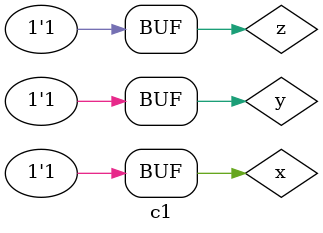
<source format=v>
module fxyz (output s,
input x, y, z);
assign s = ~z & ~(~x&y); //( x'.y )' . z'
endmodule // fxyz

module c1;
reg x, y, z;
wire s;
// instancias
fxyz FXY (s, x, y, z);
// valores iniciais
initial begin: start
x=1'bx; y=1'bx; z=1'bx;// indefinidos
end
// parte principal
initial begin: main
// identificacao
$display("Test boolean expression");
$display("\n s = ( x'.y )' . z'\n");
// monitoramento
$display(" x  y  z =  resposta ");
$monitor("%2b %2b %2b =  %2b", x, y, z, s);
// sinalizacao
#1 x=0; y=0; z=0;
#1 x=0; y=0; z=1;
#1 x=0; y=1; z=0;
#1 x=0; y=1; z=1;
#1 x=1; y=0; z=0;
#1 x=1; y=0; z=1;
#1 x=1; y=1; z=0;
#1 x=1; y=1; z=1;
end
endmodule // test_module
</source>
